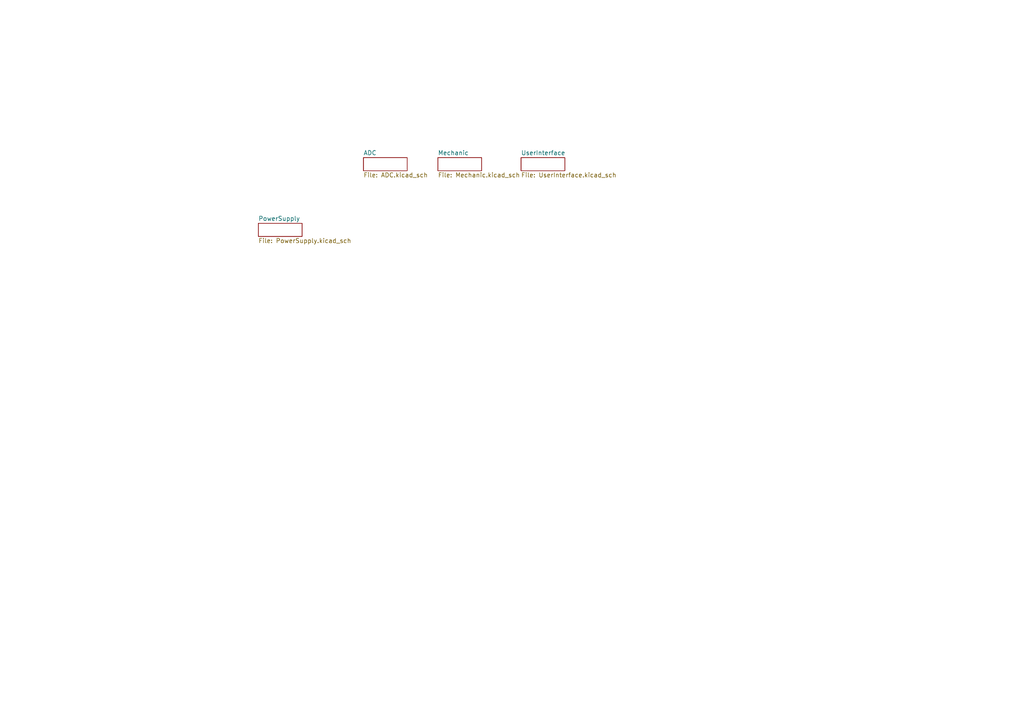
<source format=kicad_sch>
(kicad_sch
	(version 20231120)
	(generator "eeschema")
	(generator_version "8.0")
	(uuid "df22f030-9a54-4acb-b222-c259da8ddd0f")
	(paper "A4")
	(lib_symbols)
	(sheet
		(at 105.41 45.72)
		(size 12.7 3.81)
		(fields_autoplaced yes)
		(stroke
			(width 0)
			(type solid)
		)
		(fill
			(color 0 0 0 0.0000)
		)
		(uuid "00000000-0000-0000-0000-00005cef836a")
		(property "Sheetname" "ADC"
			(at 105.41 45.0845 0)
			(effects
				(font
					(size 1.27 1.27)
				)
				(justify left bottom)
			)
		)
		(property "Sheetfile" "ADC.kicad_sch"
			(at 105.41 50.0385 0)
			(effects
				(font
					(size 1.27 1.27)
				)
				(justify left top)
			)
		)
		(instances
			(project "CosmicRayDetector"
				(path "/df22f030-9a54-4acb-b222-c259da8ddd0f"
					(page "2")
				)
			)
		)
	)
	(sheet
		(at 127 45.72)
		(size 12.7 3.81)
		(fields_autoplaced yes)
		(stroke
			(width 0)
			(type solid)
		)
		(fill
			(color 0 0 0 0.0000)
		)
		(uuid "00000000-0000-0000-0000-00005f9e7696")
		(property "Sheetname" "Mechanic"
			(at 127 45.0845 0)
			(effects
				(font
					(size 1.27 1.27)
				)
				(justify left bottom)
			)
		)
		(property "Sheetfile" "Mechanic.kicad_sch"
			(at 127 50.0385 0)
			(effects
				(font
					(size 1.27 1.27)
				)
				(justify left top)
			)
		)
		(instances
			(project "CosmicRayDetector"
				(path "/df22f030-9a54-4acb-b222-c259da8ddd0f"
					(page "5")
				)
			)
		)
	)
	(sheet
		(at 151.13 45.72)
		(size 12.7 3.81)
		(fields_autoplaced yes)
		(stroke
			(width 0)
			(type solid)
		)
		(fill
			(color 0 0 0 0.0000)
		)
		(uuid "00000000-0000-0000-0000-00005fa231f7")
		(property "Sheetname" "UserInterface"
			(at 151.13 45.0845 0)
			(effects
				(font
					(size 1.27 1.27)
				)
				(justify left bottom)
			)
		)
		(property "Sheetfile" "UserInterface.kicad_sch"
			(at 151.13 50.0385 0)
			(effects
				(font
					(size 1.27 1.27)
				)
				(justify left top)
			)
		)
		(instances
			(project "CosmicRayDetector"
				(path "/df22f030-9a54-4acb-b222-c259da8ddd0f"
					(page "7")
				)
			)
		)
	)
	(sheet
		(at 74.93 64.77)
		(size 12.7 3.81)
		(fields_autoplaced yes)
		(stroke
			(width 0)
			(type solid)
		)
		(fill
			(color 0 0 0 0.0000)
		)
		(uuid "00000000-0000-0000-0000-00005fa5724c")
		(property "Sheetname" "PowerSupply"
			(at 74.93 64.1345 0)
			(effects
				(font
					(size 1.27 1.27)
				)
				(justify left bottom)
			)
		)
		(property "Sheetfile" "PowerSupply.kicad_sch"
			(at 74.93 69.0885 0)
			(effects
				(font
					(size 1.27 1.27)
				)
				(justify left top)
			)
		)
		(instances
			(project "CosmicRayDetector"
				(path "/df22f030-9a54-4acb-b222-c259da8ddd0f"
					(page "6")
				)
			)
		)
	)
	(sheet_instances
		(path "/"
			(page "1")
		)
	)
)

</source>
